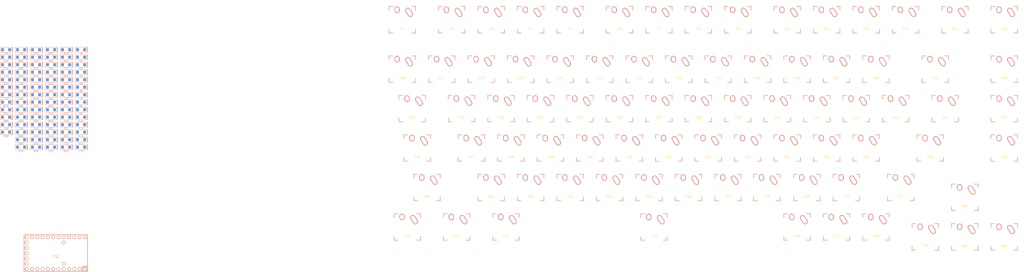
<source format=kicad_pcb>
(kicad_pcb (version 20241229) (generator "pcbnew") (generator_version "9.0")
  (layers (0 "F.Cu" signal) (2 "B.Cu" signal) (13 "F.Paste" user) (15 "B.Paste" user) (5 "F.SilkS" user "F.Silkscreen") (7 "B.SilkS" user "B.Silkscreen") (1 "F.Mask" user) (3 "B.Mask" user) (25 "Edge.Cuts" user))
  (net 0 "")
  (net 1 "Net-(D1-K)")
  (net 2 "Net-(D1-A)")
  (net 3 "Net-(D2-A)")
  (net 4 "Net-(D3-A)")
  (net 5 "Net-(D4-A)")
  (net 6 "Net-(D5-A)")
  (net 7 "Net-(D6-A)")
  (net 8 "Net-(D7-A)")
  (net 9 "Net-(D8-A)")
  (net 10 "Net-(D9-A)")
  (net 11 "Net-(D10-A)")
  (net 12 "Net-(D11-A)")
  (net 13 "Net-(D12-A)")
  (net 14 "Net-(D13-A)")
  (net 15 "Net-(D14-A)")
  (net 16 "Net-(D15-A)")
  (net 17 "Net-(D16-K)")
  (net 18 "Net-(D16-A)")
  (net 19 "Net-(D17-A)")
  (net 20 "Net-(D18-A)")
  (net 21 "Net-(D19-A)")
  (net 22 "Net-(D20-A)")
  (net 23 "Net-(D21-A)")
  (net 24 "Net-(D22-A)")
  (net 25 "Net-(D23-A)")
  (net 26 "Net-(D24-A)")
  (net 27 "Net-(D25-A)")
  (net 28 "Net-(D26-A)")
  (net 29 "Net-(D27-A)")
  (net 30 "Net-(D28-A)")
  (net 31 "Net-(D29-A)")
  (net 32 "Net-(D30-A)")
  (net 33 "Net-(D31-A)")
  (net 34 "Net-(D31-K)")
  (net 35 "Net-(D32-A)")
  (net 36 "Net-(D33-A)")
  (net 37 "Net-(D34-A)")
  (net 38 "Net-(D35-A)")
  (net 39 "Net-(D36-A)")
  (net 40 "Net-(D37-A)")
  (net 41 "Net-(D38-A)")
  (net 42 "Net-(D39-A)")
  (net 43 "Net-(D40-A)")
  (net 44 "Net-(D41-A)")
  (net 45 "Net-(D42-A)")
  (net 46 "Net-(D43-A)")
  (net 47 "Net-(D44-A)")
  (net 48 "Net-(D45-A)")
  (net 49 "Net-(D46-A)")
  (net 50 "Net-(D46-K)")
  (net 51 "Net-(D47-A)")
  (net 52 "Net-(D48-A)")
  (net 53 "Net-(D49-A)")
  (net 54 "Net-(D50-A)")
  (net 55 "Net-(D51-A)")
  (net 56 "Net-(D52-A)")
  (net 57 "Net-(D53-A)")
  (net 58 "Net-(D54-A)")
  (net 59 "Net-(D55-A)")
  (net 60 "Net-(D56-A)")
  (net 61 "Net-(D57-A)")
  (net 62 "Net-(D58-A)")
  (net 63 "Net-(D59-A)")
  (net 64 "Net-(D60-A)")
  (net 65 "Net-(D60-K)")
  (net 66 "Net-(D61-A)")
  (net 67 "Net-(D62-A)")
  (net 68 "Net-(D63-A)")
  (net 69 "Net-(D64-A)")
  (net 70 "Net-(D65-A)")
  (net 71 "Net-(D66-A)")
  (net 72 "Net-(D67-A)")
  (net 73 "Net-(D68-A)")
  (net 74 "Net-(D69-A)")
  (net 75 "Net-(D70-A)")
  (net 76 "Net-(D71-A)")
  (net 77 "Net-(D72-A)")
  (net 78 "Net-(D72-K)")
  (net 79 "Net-(D73-A)")
  (net 80 "Net-(D74-A)")
  (net 81 "Net-(D75-A)")
  (net 82 "Net-(D76-A)")
  (net 83 "Net-(D77-A)")
  (net 84 "Net-(D78-A)")
  (net 85 "Net-(D79-A)")
  (net 86 "Net-(D80-A)")
  (net 87 "Net-(D81-A)")
  (net 88 "Net-(D82-A)")
  (net 89 "Net-(U1-PB7)")
  (net 90 "Net-(U1-PC6)")
  (net 91 "Net-(U1-PC7)")
  (net 92 "Net-(U1-PD0)")
  (net 93 "Net-(U1-PD1)")
  (net 94 "Net-(U1-PD3)")
  (net 95 "Net-(U1-PD4)")
  (net 96 "Net-(U1-PD5)")
  (net 97 "Net-(U1-PD7)")
  (net 98 "Net-(U1-PE6)")
  (net 99 "Net-(U1-PF0)")
  (net 100 "Net-(U1-PF1)")
  (net 101 "Net-(U1-PF4)")
  (net 102 "Net-(U1-PF5)")
  (net 103 "Net-(U1-PF6)")
  (net 104 "Net-(U1-PD2)")
  (footprint "keebs.pretty-master:Mx_Alps_100" (layer "B.Cu") (at 303.1744 66.3194 180)
    (property "Reference" "K40")
    (property "Value" "KEYSW" (hide yes))
  )
  (footprint "keyboard_parts.pretty-master:D_SOD123" (layer "B.Cu") (at -59.8925 38.0625 180)
    (property "Reference" "D57")
    (property "Value" "D" (hide yes))
  )
  (footprint "keebs.pretty-master:Mx_Alps_100" (layer "B.Cu") (at 265.2776 23.6855 180)
    (property "Reference" "K8")
    (property "Value" "KEYSW" (hide yes))
  )
  (footprint "keyboard_parts.pretty-master:D_SOD123" (layer "B.Cu") (at -45.4925 52.4625 180)
    (property "Reference" "D33")
    (property "Value" "D" (hide yes))
  )
  (footprint "keebs.pretty-master:Mx_Alps_225" (layer "B.Cu") (at 376.59945 85.2678 180)
    (property "Reference" "K58")
    (property "Value" "KEYSW" (hide yes))
  )
  (footprint "keebs.pretty-master:Mx_Alps_625" (layer "B.Cu") (at 243.96065 123.1646 180)
    (property "Reference" "K75")
    (property "Value" "KEYSW" (hide yes))
  )
  (footprint "keebs.pretty-master:Mx_Alps_100" (layer "B.Cu") (at 312.6486 123.1646 180)
    (property "Reference" "K76")
    (property "Value" "KEYSW" (hide yes))
  )
  (footprint "keyboard_parts.pretty-master:D_SOD123" (layer "B.Cu") (at -45.4925 77.6625 180)
    (property "Reference" "D40")
    (property "Value" "D" (hide yes))
  )
  (footprint "keebs.pretty-master:Mx_Alps_100" (layer "B.Cu") (at 213.1695 85.2678 180)
    (property "Reference" "K50")
    (property "Value" "KEYSW" (hide yes))
  )
  (footprint "keyboard_parts.pretty-master:D_SOD123" (layer "B.Cu") (at -67.0925 38.0625 180)
    (property "Reference" "D71")
    (property "Value" "D" (hide yes))
  )
  (footprint "keyboard_parts.pretty-master:D_SOD123" (layer "B.Cu") (at -52.6925 38.0625 180)
    (property "Reference" "D43")
    (property "Value" "D" (hide yes))
  )
  (footprint "keyboard_parts.pretty-master:D_SOD123" (layer "B.Cu") (at -52.6925 63.2625 180)
    (property "Reference" "D50")
    (property "Value" "D" (hide yes))
  )
  (footprint "keebs.pretty-master:Mx_Alps_100" (layer "B.Cu") (at 175.2727 85.2678 180)
    (property "Reference" "K48")
    (property "Value" "KEYSW" (hide yes))
  )
  (footprint "keebs.pretty-master:Mx_Alps_100" (layer "B.Cu") (at 255.8034 47.371 180)
    (property "Reference" "K23")
    (property "Value" "KEYSW" (hide yes))
  )
  (footprint "keebs.pretty-master:Mx_Alps_100" (layer "B.Cu") (at 317.3857 104.2162 180)
    (property "Reference" "K69")
    (property "Value" "KEYSW" (hide yes))
  )
  (footprint "keyboard_parts.pretty-master:D_SOD123" (layer "B.Cu") (at -38.2925 59.6625 180)
    (property "Reference" "D21")
    (property "Value" "D" (hide yes))
  )
  (footprint "keebs.pretty-master:Mx_Alps_100" (layer "B.Cu") (at 288.9631 85.2678 180)
    (property "Reference" "K54")
    (property "Value" "KEYSW" (hide yes))
  )
  (footprint "keebs.pretty-master:Mx_Alps_100" (layer "B.Cu") (at 232.1179 85.2678 180)
    (property "Reference" "K51")
    (property "Value" "KEYSW" (hide yes))
  )
  (footprint "keyboard_parts.pretty-master:D_SOD123" (layer "B.Cu") (at -59.8925 66.8625 180)
    (property "Reference" "D65")
    (property "Value" "D" (hide yes))
  )
  (footprint "keebs.pretty-master:Mx_Alps_100" (layer "B.Cu") (at 203.6953 104.2162 180)
    (property "Reference" "K63")
    (property "Value" "KEYSW" (hide yes))
  )
  (footprint "keebs.pretty-master:Mx_Alps_100" (layer "B.Cu") (at 388.4422 23.6855 180)
    (property "Reference" "K14")
    (property "Value" "KEYSW" (hide yes))
  )
  (footprint "keyboard_parts.pretty-master:D_SOD123" (layer "B.Cu") (at -31.0925 56.0625 180)
    (property "Reference" "D6")
    (property "Value" "D" (hide yes))
  )
  (footprint "keebs.pretty-master:Mx_Alps_100" (layer "B.Cu") (at 360.0196 66.3194 180)
    (property "Reference" "K43")
    (property "Value" "KEYSW" (hide yes))
  )
  (footprint "keyboard_parts.pretty-master:D_SOD123" (layer "B.Cu") (at -31.0925 84.8625 180)
    (property "Reference" "D14")
    (property "Value" "D" (hide yes))
  )
  (footprint "keebs.pretty-master:Mx_Alps_150" (layer "B.Cu") (at 383.7051 66.3194 180)
    (property "Reference" "K44")
    (property "Value" "KEYSW" (hide yes))
  )
  (footprint "keyboard_parts.pretty-master:D_SOD123" (layer "B.Cu") (at -67.0925 41.6625 180)
    (property "Reference" "D72")
    (property "Value" "D" (hide yes))
  )
  (footprint "keyboard_parts.pretty-master:D_SOD123" (layer "B.Cu") (at -59.8925 84.8625 180)
    (property "Reference" "D70")
    (property "Value" "D" (hide yes))
  )
  (footprint "keyboard_parts.pretty-master:D_SOD123" (layer "B.Cu") (at -67.0925 59.6625 180)
    (property "Reference" "D77")
    (property "Value" "D" (hide yes))
  )
  (footprint "keyboard_parts.pretty-master:D_SOD123" (layer "B.Cu") (at -38.2925 77.6625 180)
    (property "Reference" "D26")
    (property "Value" "D" (hide yes))
  )
  (footprint "keyboard_parts.pretty-master:D_SOD123" (layer "B.Cu") (at -67.0925 52.4625 180)
    (property "Reference" "D75")
    (property "Value" "D" (hide yes))
  )
  (footprint "keebs.pretty-master:Mx_Alps_100" (layer "B.Cu") (at 345.8083 85.2678 180)
    (property "Reference" "K57")
    (property "Value" "KEYSW" (hide yes))
  )
  (footprint "keebs.pretty-master:Mx_Alps_100" (layer "B.Cu") (at 274.7518 47.371 180)
    (property "Reference" "K24")
    (property "Value" "KEYSW" (hide yes))
  )
  (footprint "keyboard_parts.pretty-master:D_SOD123" (layer "B.Cu") (at -59.8925 81.2625 180)
    (property "Reference" "D69")
    (property "Value" "D" (hide yes))
  )
  (footprint "keyboard_parts.pretty-master:D_SOD123" (layer "B.Cu") (at -59.8925 41.6625 180)
    (property "Reference" "D58")
    (property "Value" "D" (hide yes))
  )
  (footprint "keebs.pretty-master:Mx_Alps_100" (layer "B.Cu") (at 284.226 66.3194 180)
    (property "Reference" "K39")
    (property "Value" "KEYSW" (hide yes))
  )
  (footprint "keyboard_parts.pretty-master:D_SOD123" (layer "B.Cu") (at -38.2925 41.6625 180)
    (property "Reference" "D16")
    (property "Value" "D" (hide yes))
  )
  (footprint "keyboard_parts.pretty-master:D_SOD123" (layer "B.Cu") (at -38.2925 66.8625 180)
    (property "Reference" "D23")
    (property "Value" "D" (hide yes))
  )
  (footprint "keyboard_parts.pretty-master:D_SOD123" (layer "B.Cu") (at -67.0925 56.0625 180)
    (property "Reference" "D76")
    (property "Value" "D" (hide yes))
  )
  (footprint "keyboard_parts.pretty-master:D_SOD123" (layer "B.Cu") (at -59.8925 77.6625 180)
    (property "Reference" "D68")
    (property "Value" "D" (hide yes))
  )
  (footprint "keyboard_parts.pretty-master:D_SOD123" (layer "B.Cu") (at -38.2925 81.2625 180)
    (property "Reference" "D27")
    (property "Value" "D" (hide yes))
  )
  (footprint "keebs.pretty-master:Mx_Alps_100" (layer "B.Cu") (at 241.5921 104.2162 180)
    (property "Reference" "K65")
    (property "Value" "KEYSW" (hide yes))
  )
  (footprint "keebs.pretty-master:Mx_Alps_100" (layer "B.Cu") (at 246.3292 23.6855 180)
    (property "Reference" "K7")
    (property "Value" "KEYSW" (hide yes))
  )
  (footprint "keebs.pretty-master:Mx_Alps_100" (layer "B.Cu") (at 198.9582 47.371 180)
    (property "Reference" "K20")
    (property "Value" "KEYSW" (hide yes))
  )
  (footprint "keyboard_parts.pretty-master:D_SOD123" (layer "B.Cu") (at -31.0925 52.4625 180)
    (property "Reference" "D5")
    (property "Value" "D" (hide yes))
  )
  (footprint "keebs.pretty-master:Mx_Alps_125" (layer "B.Cu") (at 125.53315 123.1646 180)
    (property "Reference" "K72")
    (property "Value" "KEYSW" (hide yes))
  )
  (footprint "keebs.pretty-master:Mx_Alps_100" (layer "B.Cu") (at 298.0944 104.2162 180)
    (property "Reference" "K68")
    (property "Value" "KEYSW" (hide yes))
  )
  (footprint "keebs.pretty-master:Mx_Alps_100" (layer "B.Cu") (at 393.1793 127.9017 180)
    (property "Reference" "K81")
    (property "Value" "KEYSW" (hide yes))
  )
  (footprint "keyboard_parts.pretty-master:D_SOD123" (layer "B.Cu") (at -45.4925 74.0625 180)
    (property "Reference" "D39")
    (property "Value" "D" (hide yes))
  )
  (footprint "keebs.pretty-master:Mx_Alps_125" (layer "B.Cu") (at 172.90415 123.1646 180)
    (property "Reference" "K74")
    (property "Value" "KEYSW" (hide yes))
  )
  (footprint "keebs.pretty-master:Mx_Alps_100" (layer "B.Cu") (at 208.4324 66.3194 180)
    (property "Reference" "K35")
    (property "Value" "KEYSW" (hide yes))
  )
  (footprint "keyboard_parts.pretty-master:D_SOD123" (layer "B.Cu") (at -52.6925 45.2625 180)
    (property "Reference" "D45")
    (property "Value" "D" (hide yes))
  )
  (footprint "keebs.pretty-master:Mx_Alps_100" (layer "B.Cu") (at 260.5405 104.2162 180)
    (property "Reference" "K66")
    (property "Value" "KEYSW" (hide yes))
  )
  (footprint "keyboard_parts.pretty-master:D_SOD123" (layer "B.Cu") (at -52.6925 84.8625 180)
    (property "Reference" "D56")
    (property "Value" "D" (hide yes))
  )
  (footprint "keebs.pretty-master:Mx_Alps_100" (layer "B.Cu") (at 265.2776 66.3194 180)
    (property "Reference" "K38")
    (property "Value" "KEYSW" (hide yes))
  )
  (footprint "keyboard_parts.pretty-master:D_SOD123" (layer "B.Cu") (at -52.6925 70.4625 180)
    (property "Reference" "D52")
    (property "Value" "D" (hide yes))
  )
  (footprint "keyboard_parts.pretty-master:D_SOD123" (layer "B.Cu") (at -67.0925 70.4625 180)
    (property "Reference" "D80")
    (property "Value" "D" (hide yes))
  )
  (footprint "keyboard_parts.pretty-master:D_SOD123" (layer "B.Cu") (at -38.2925 84.8625 180)
    (property "Reference" "D28")
    (property "Value" "D" (hide yes))
  )
  (footprint "keebs.pretty-master:Mx_Alps_100" (layer "B.Cu") (at 165.7985 23.6855 180)
    (property "Reference" "K3")
    (property "Value" "KEYSW" (hide yes))
  )
  (footprint "keebs.pretty-master:Teensy_20" (layer "B.Cu") (at -43.223 135.753 180)
    (property "Reference" "U1")
    (property "Value" "TEENSY2.0" (hide yes))
  )
  (footprint "keyboard_parts.pretty-master:D_SOD123" (layer "B.Cu") (at -45.4925 41.6625 180)
    (property "Reference" "D30")
    (property "Value" "D" (hide yes))
  )
  (footprint "keyboard_parts.pretty-master:D_SOD123" (layer "B.Cu") (at -52.6925 81.2625 180)
    (property "Reference" "D55")
    (property "Value" "D" (hide yes))
  )
  (footprint "keyboard_parts.pretty-master:D_SOD123" (layer "B.Cu") (at -67.0925 66.8625 180)
    (property "Reference" "D79")
    (property "Value" "D" (hide yes))
  )
  (footprint "keebs.pretty-master:Mx_Alps_100" (layer "B.Cu") (at 279.4889 104.2162 180)
    (property "Reference" "K67")
    (property "Value" "KEYSW" (hide yes))
  )
  (footprint "keebs.pretty-master:Mx_Alps_100" (layer "B.Cu") (at 374.2309 127.9017 180)
    (property "Reference" "K79")
    (property "Value" "KEYSW" (hide yes))
  )
  (footprint "keebs.pretty-master:Mx_Alps_100" (layer "B.Cu") (at 307.9115 23.6855 180)
    (property "Reference" "K10")
    (property "Value" "KEYSW" (hide yes))
  )
  (footprint "keyboard_parts.pretty-master:D_SOD123" (layer "B.Cu") (at -45.4925 38.0625 180)
    (property "Reference" "D29")
    (property "Value" "D" (hide yes))
  )
  (footprint "keebs.pretty-master:Mx_Alps_100" (layer "B.Cu") (at 222.6437 104.2162 180)
    (property "Reference" "K64")
    (property "Value" "KEYSW" (hide yes))
  )
  (footprint "keyboard_parts.pretty-master:D_SOD123" (layer "B.Cu") (at -67.0925 48.8625 180)
    (property "Reference" "D74")
    (property "Value" "D" (hide yes))
  )
  (footprint "keyboard_parts.pretty-master:D_SOD123" (layer "B.Cu") (at -52.6925 41.6625 180)
    (property "Reference" "D44")
    (property "Value" "D" (hide yes))
  )
  (footprint "keebs.pretty-master:Mx_Alps_100" (layer "B.Cu") (at 151.5872 66.3194 180)
    (property "Reference" "K32")
    (property "Value" "KEYSW" (hide yes))
  )
  (footprint "keyboard_parts.pretty-master:D_SOD123" (layer "B.Cu") (at -59.8925 63.2625 180)
    (property "Reference" "D64")
    (property "Value" "D" (hide yes))
  )
  (footprint "keebs.pretty-master:Mx_Alps_100" (layer "B.Cu") (at 165.7985 104.2162 180)
    (property "Reference" "K61")
    (property "Value" "KEYSW" (hide yes))
  )
  (footprint "keyboard_parts.pretty-master:D_SOD123" (layer "B.Cu") (at -38.2925 70.4625 180)
    (property "Reference" "D24")
    (property "Value" "D" (hide yes))
  )
  (footprint "keebs.pretty-master:Mx_Alps_100" (layer "B.Cu") (at 170.5356 66.3194 180)
    (property "Reference" "K33")
    (property "Value" "KEYSW" (hide yes))
  )
  (footprint "keyboard_parts.pretty-master:D_SOD123" (layer "B.Cu") (at -67.0925 45.2625 180)
    (property "Reference" "D73")
    (property "Value" "D" (hide yes))
  )
  (footprint "keyboard_parts.pretty-master:D_SOD123" (layer "B.Cu") (at -31.0925 77.6625 180)
    (property "Reference" "D12")
    (property "Value" "D" (hide yes))
  )
  (footprint "keyboard_parts.pretty-master:D_SOD123" (layer "B.Cu") (at -67.0925 74.0625 180)
    (property "Reference" "D81")
    (property "Value" "D" (hide yes))
  )
  (footprint "keyboard_parts.pretty-master:D_SOD123" (layer "B.Cu") (at -67.0925 63.2625 180)
    (property "Reference" "D78")
    (property "Value" "D" (hide yes))
  )
  (footprint "keebs.pretty-master:Mx_Alps_100" (layer "B.Cu") (at 251.0663 85.2678 180)
    (property "Reference" "K52")
    (property "Value" "KEYSW" (hide yes))
  )
  (footprint "keyboard_parts.pretty-master:D_SOD123" (layer "B.Cu") (at -45.4925 70.4625 180)
    (property "Reference" "D38")
    (property "Value" "D" (hide yes))
  )
  (footprint "keebs.pretty-master:Mx_Alps_100" (layer "B.Cu") (at 412.1277 47.371 180)
    (property "Reference" "K30")
    (property "Value" "KEYSW" (hide yes))
  )
  (footprint "keyboard_parts.pretty-master:D_SOD123" (layer "B.Cu") (at -45.4925 81.2625 180)
    (property "Reference" "D41")
    (property "Value" "D" (hide yes))
  )
  (footprint "keebs.pretty-master:Mx_Alps_100" (layer "B.Cu") (at 326.8599 85.2678 180)
    (property "Reference" "K56")
    (property "Value" "KEYSW" (hide yes))
  )
  (footprint "keyboard_parts.pretty-master:D_SOD123" (layer "B.Cu") (at -31.0925 81.2625 180)
    (property "Reference" "D13")
    (property "Value" "D" (hide yes))
  )
  (footprint "keebs.pretty-master:Mx_Alps_125" (layer "B.Cu") (at 149.21865 123.1646 180)
    (property "Reference" "K73")
    (property "Value" "KEYSW" (hide yes))
  )
  (footprint "keyboard_parts.pretty-master:D_SOD123" (layer "B.Cu") (at -31.0925 70.4625 180)
    (property "Reference" "D10")
    (property "Value" "D" (hide yes))
  )
  (footprint "keebs.pretty-master:Mx_Alps_100" (layer "B.Cu") (at 412.1277 127.9017 180)
    (property "Reference" "K82")
    (property "Value" "KEYSW" (hide yes))
  )
  (footprint "keebs.pretty-master:Mx_Alps_100" (layer "B.Cu") (at 246.3292 66.3194 180)
    (property "Reference" "K37")
    (property "Value" "KEYSW" (hide yes))
  )
  (footprint "keyboard_parts.pretty-master:D_SOD123" (layer "B.Cu") (at -59.8925 48.8625 180)
    (property "Reference" "D60")
    (property "Value" "D" (hide yes))
  )
  (footprint "keebs.pretty-master:Mx_Alps_100" (layer "B.Cu") (at 194.2211 85.2678 180)
    (property "Reference" "K49")
    (property "Value" "KEYSW" (hide yes))
  )
  (footprint "keyboard_parts.pretty-master:D_SOD123" (layer "B.Cu") (at -45.4925 84.8625 180)
    (property "Reference" "D42")
    (property "Value" "D" (hide yes))
  )
  (footprint "keebs.pretty-master:Mx_Alps_100" (layer "B.Cu") (at 217.9066 47.371 180)
    (property "Reference" "K21")
    (property "Value" "KEYSW" (hide yes))
  )
  (footprint "keebs.pretty-master:Mx_Alps_100" (layer "B.Cu") (at 345.8083 23.6855 180)
    (property "Reference" "K12")
    (property "Value" "KEYSW" (hide yes))
  )
  (footprint "keyboard_parts.pretty-master:D_SOD123" (layer "B.Cu") (at -52.6925 74.0625 180)
    (property "Reference" "D53")
    (property "Value" "D" (hide yes))
  )
  (footprint "keebs.pretty-master:Mx_Alps_100" (layer "B.Cu") (at 123.1646 23.6855 180)
    (property "Reference" "K1")
    (property "Value" "KEYSW" (hide yes))
  )
  (footprint "keyboard_parts.pretty-master:D_SOD123" (layer "B.Cu") (at -59.8925 52.4625 180)
    (property "Reference" "D61")
    (property "Value" "D" (hide yes))
  )
  (footprint "keebs.pretty-master:Mx_Alps_100" (layer "B.Cu") (at 331.597 123.1646 180)
    (property "Reference" "K77")
    (property "Value" "KEYSW" (hide yes))
  )
  (footprint "keebs.pretty-master:Mx_Alps_200" (layer "B.Cu") (at 378.968 47.371 180)
    (property "Reference" "K29")
    (property "Value" "KEYSW" (hide yes))
  )
  (footprint "keebs.pretty-master:Mx_Alps_100" (layer "B.Cu") (at 161.0614 47.371 180)
    (property "Reference" "K18")
    (property "Value" "KEYSW" (hide yes))
  )
  (footprint "keyboard_parts.pretty-master:D_SOD123" (layer "B.Cu") (at -52.6925 56.0625 180)
    (property "Reference" "D48")
    (property "Value" "D" (hide yes))
  )
  (footprint "keyboard_parts.pretty-master:D_SOD123" (layer "B.Cu") (at -52.6925 59.6625 180)
    (property "Reference" "D49")
    (property "Value" "D" (hide yes))
  )
  (footprint "keyboard_parts.pretty-master:D_SOD123" (layer "B.Cu") (at -59.8925 56.0625 180)
    (property "Reference" "D62")
    (property "Value" "D" (hide yes))
  )
  (footprint "keyboard_parts.pretty-master:D_SOD123" (layer "B.Cu") (at -38.2925 52.4625 180)
    (property "Reference" "D19")
    (property "Value" "D" (hide yes))
  )
  (footprint "keyboard_parts.pretty-master:D_SOD123" (layer "B.Cu") (at -31.0925 38.0625 180)
    (property "Reference" "D1")
    (property "Value" "D" (hide yes))
  )
  (footprint "keyboard_parts.pretty-master:D_SOD123" (layer "B.Cu") (at -38.2925 56.0625 180)
    (property "Reference" "D20")
    (property "Value" "D" (hide yes))
  )
  (footprint "keebs.pretty-master:Mx_Alps_100" (layer "B.Cu") (at 364.7567 23.6855 180)
    (property "Reference" "K13")
    (property "Value" "KEYSW" (hide yes))
  )
  (footprint "keyboard_parts.pretty-master:D_SOD123" (layer "B.Cu") (at -45.4925 66.8625 180)
    (property "Reference" "D37")
    (property "Value" "D" (hide yes))
  )
  (footprint "keebs.pretty-master:Mx_Alps_100" (layer "B.Cu") (at 336.3341 104.2162 180)
    (property "Reference" "K70")
    (property "Value" "KEYSW" (hide yes))
  )
  (footprint "keebs.pretty-master:Mx_Alps_100" (layer "B.Cu") (at 322.1228 66.3194 180)
    (property "Reference" "K41")
    (property "Value" "KEYSW" (hide yes))
  )
  (footprint "keebs.pretty-master:Mx_Alps_225" (layer "B.Cu") (at 135.00735 104.2162 180)
    (property "Reference" "K60")
    (property "Value" "KEYSW" (hide yes))
  )
  (footprint "keebs.pretty-master:Mx_Alps_100" (layer "B.Cu") (at 412.1277 23.6855 180)
    (property "Reference" "K15")
    (property "Value" "KEYSW" (hide yes))
  )
  (footprint "keebs.pretty-master:Mx_Alps_100" (layer "B.Cu") (at 236.855 47.371 180)
    (property "Reference" "K22")
    (property "Value" "KEYSW" (hide yes))
  )
  (footprint "keebs.pretty-master:Mx_Alps_100" (layer "B.Cu") (at 284.226 23.6855 180)
    (property "Reference" "K9")
    (property "Value" "KEYSW" (hide yes))
  )
  (footprint "keyboard_parts.pretty-master:D_SOD123" (layer "B.Cu") (at -59.8925 70.4625 180)
    (property "Reference" "D66")
    (property "Value" "D" (hide yes))
  )
  (footprint "keyboard_parts.pretty-master:D_SOD123" (layer "B.Cu") (at -31.0925 66.8625 180)
    (property "Reference" "D9")
    (property "Value" "D" (hide yes))
  )
  (footprint "keyboard_parts.pretty-master:D_SOD123" (layer "B.Cu") (at -59.8925 45.2625 180)
    (property "Reference" "D59")
    (property "Value" "D" (hide yes))
  )
  (footprint "keebs.pretty-master:Mx_Alps_100" (layer "B.Cu") (at 331.597 47.371 180)
    (property "Reference" "K27")
    (property "Value" "KEYSW" (hide yes))
  )
  (footprint "keyboard_parts.pretty-master:D_SOD123" (layer "B.Cu") (at -31.0925 63.2625 180)
    (property "Reference" "D8")
    (property "Value" "D" (hide yes))
  )
  (footprint "keyboard_parts.pretty-master:D_SOD123" (layer "B.Cu") (at -52.6925 77.6625 180)
    (property "Reference" "D54")
    (property "Value" "D" (hide yes))
  )
  (footprint "keebs.pretty-master:Mx_Alps_100" (layer "B.Cu") (at 412.1277 66.3194 180)
    (property "Reference" "K45")
    (property "Value" "KEYSW" (hide yes))
  )
  (footprint "keyboard_parts.pretty-master:D_SOD123" (layer "B.Cu") (at -52.6925 66.8625 180)
    (property "Reference" "D51")
    (property "Value" "D" (hide yes))
  )
  (footprint "keyboard_parts.pretty-master:D_SOD123" (layer "B.Cu") (at -38.2925 48.8625 180)
    (property "Reference" "D18")
    (property "Value" "D" (hide yes))
  )
  (footprint "keyboard_parts.pretty-master:D_SOD123" (layer "B.Cu") (at -45.4925 48.8625 180)
    (property "Reference" "D32")
    (property "Value" "D" (hide yes))
  )
  (footprint "keyboard_parts.pretty-master:D_SOD123" (layer "B.Cu") (at -52.6925 52.4625 180)
    (property "Reference" "D47")
    (property "Value" "D" (hide yes))
  )
  (footprint "keyboard_parts.pretty-master:D_SOD123" (layer "B.Cu") (at -45.4925 45.2625 180)
    (property "Reference" "D31")
    (property "Value" "D" (hide yes))
  )
  (footprint "keyboard_parts.pretty-master:D_SOD123" (layer "B.Cu") (at -38.2925 63.2625 180)
    (property "Reference" "D22")
    (property "Value" "D" (hide yes))
  )
  (footprint "keebs.pretty-master:Mx_Alps_100" (layer "B.Cu") (at 184.7469 23.6855 180)
    (property "Reference" "K4")
    (property "Value" "KEYSW" (hide yes))
  )
  (footprint "keyboard_parts.pretty-master:D_SOD123" (layer "B.Cu") (at -38.2925 45.2625 180)
    (property "Reference" "D17")
    (property "Value" "D" (hide yes))
  )
  (footprint "keebs.pretty-master:Mx_Alps_100" (layer "B.Cu") (at 189.484 66.3194 180)
    (property "Reference" "K34")
    (property "Value" "KEYSW" (hide yes))
  )
  (footprint "keyboard_parts.pretty-master:D_SOD123" (layer "B.Cu") (at -67.0925 77.6625 180)
    (property "Reference" "D82")
    (property "Value" "D" (hide yes))
  )
  (footprint "keebs.pretty-master:Mx_Alps_100" (layer "B.Cu") (at 341.0712 66.3194 180)
    (property "Reference" "K42")
    (property "Value" "KEYSW" (hide yes))
  )
  (footprint "keyboard_parts.pretty-master:D_SOD123" (layer "B.Cu") (at -38.2925 38.0625 180)
    (property "Reference" "D15")
    (property "Value" "D" (hide yes))
  )
  (footprint "keebs.pretty-master:Mx_Alps_100" (layer "B.Cu") (at 184.7469 104.2162 180)
    (property "Reference" "K62")
    (property "Value" "KEYSW" (hide yes))
  )
  (footprint "keebs.pretty-master:Mx_Alps_100" (layer "B.Cu") (at 312.6486 47.371 180)
    (property "Reference" "K26")
    (property "Value" "KEYSW" (hide yes))
  )
  (footprint "keyboard_parts.pretty-master:D_SOD123" (layer "B.Cu") (at -45.4925 56.0625 180)
    (property "Reference" "D34")
    (property "Value" "D" (hide yes))
  )
  (footprint "keebs.pretty-master:Mx_Alps_100" (layer "B.Cu") (at 180.0098 47.371 180)
    (property "Reference" "K19")
    (property "Value" "KEYSW" (hide yes))
  )
  (footprint "keebs.pretty-master:Mx_Alps_100" (layer "B.Cu") (at 307.9115 85.2678 180)
    (property "Reference" "K55")
    (property "Value" "KEYSW" (hide yes))
  )
  (footprint "keebs.pretty-master:Mx_Alps_150" (layer "B.Cu") (at 127.9017 66.3194 180)
    (property "Reference" "K31")
    (property "Value" "KEYSW" (hide yes))
  )
  (footprint "keyboard_parts.pretty-master:D_SOD123" (layer "B.Cu") (at -45.4925 63.2625 180)
    (property "Reference" "D36")
    (property "Value" "D" (hide yes))
  )
  (footprint "keebs.pretty-master:Mx_Alps_100" (layer "B.Cu") (at 412.1277 85.2678 180)
    (property "Reference" "K59")
    (property "Value" "KEYSW" (hide yes))
  )
  (footprint "keebs.pretty-master:Mx_Alps_100" (layer "B.Cu") (at 350.5454 123.1646 180)
    (property "Reference" "K78")
    (property "Value" "KEYSW" (hide yes))
  )
  (footprint "keebs.pretty-master:Mx_Alps_100" (layer "B.Cu") (at 270.0147 85.2678 180)
    (property "Reference" "K53")
    (property "Value" "KEYSW" (hide yes))
  )
  (footprint "keebs.pretty-master:Mx_Alps_100" (layer "B.Cu") (at 227.3808 23.6855 180)
    (property "Reference" "K6")
    (property "Value" "KEYSW" (hide yes))
  )
  (footprint "keebs.pretty-master:Mx_Alps_100" (layer "B.Cu") (at 293.7002 47.371 180)
    (property "Reference" "K25")
    (property "Value" "KEYSW" (hide yes))
  )
  (footprint "keebs.pretty-master:Mx_Alps_100" (layer "B.Cu") (at 227.3808 66.3194 180)
    (property "Reference" "K36")
    (property "Value" "KEYSW" (hide yes))
  )
  (footprint "keyboard_parts.pretty-master:D_SOD123" (layer "B.Cu") (at -38.2925 74.0625 180)
    (property "Reference" "D25")
    (property "Value" "D" (hide yes))
  )
  (footprint "keebs.pretty-master:Mx_Alps_100" (layer "B.Cu") (at 123.1646 47.371 180)
    (property "Reference" "K16")
    (property "Value" "KEYSW" (hide yes))
  )
  (footprint "keyboard_parts.pretty-master:D_SOD123" (layer "B.Cu") (at -59.8925 59.6625 180)
    (property "Reference" "D63")
    (property "Value" "D" (hide yes))
  )
  (footprint "keyboard_parts.pretty-master:D_SOD123" (layer "B.Cu") (at -59.8925 74.0625 180)
    (property "Reference" "D67")
    (property "Value" "D" (hide yes))
  )
  (footprint "keyboard_parts.pretty-master:D_SOD123" (layer "B.Cu") (at -31.0925 45.2625 180)
    (property "Reference" "D3")
    (property "Value" "D" (hide yes))
  )
  (footprint "keebs.pretty-master:Mx_Alps_175" (layer "B.Cu") (at 362.38815 104.2162 180)
    (property "Reference" "K71")
    (property "Value" "KEYSW" (hide yes))
  )
  (footprint "keebs.pretty-master:Mx_Alps_175" (layer "B.Cu") (at 130.27025 85.2678 180)
    (property "Reference" "K46")
    (property "Value" "KEYSW" (hide yes))
  )
  (footprint "keebs.pretty-master:Mx_Alps_100" (layer "B.Cu") (at 393.1793 108.9533 180)
    (property "Reference" "K80")
    (property "Value" "KEYSW" (hide yes))
  )
  (footprint "keebs.pretty-master:Mx_Alps_100" (layer "B.Cu") (at 350.5454 47.371 180)
    (property "Reference" "K28")
    (property "Value" "KEYSW" (hide yes))
  )
  (footprint "keebs.pretty-master:Mx_Alps_100" (layer "B.Cu") (at 326.8599 23.6855 180)
    (property "Reference" "K11")
    (property "Value" "KEYSW" (hide yes))
  )
  (footprint "keyboard_parts.pretty-master:D_SOD123" (layer "B.Cu") (at -45.4925 59.6625 180)
    (property "Reference" "D35")
    (property "Value" "D" (hide yes))
  )
  (footprint "keyboard_parts.pretty-master:D_SOD123" (layer "B.Cu") (at -52.6925 48.8625 180)
    (property "Reference" "D46")
    (property "Value" "D" (hide yes))
  )
  (footprint "keebs.pretty-master:Mx_Alps_100" (layer "B.Cu") (at 203.6953 23.6855 180)
    (property "Reference" "K5")
    (property "Value" "KEYSW" (hide yes))
  )
  (footprint "keebs.pretty-master:Mx_Alps_100" (layer "B.Cu") (at 156.3243 85.2678 180)
    (property "Reference" "K47")
    (property "Value" "KEYSW" (hide yes))
  )
  (footprint "keebs.pretty-master:Mx_Alps_100" (layer "B.Cu") (at 142.113 47.371 180)
    (property "Reference" "K17")
    (property "Value" "KEYSW" (hide yes))
  )
  (footprint "keyboard_parts.pretty-master:D_SOD123" (layer "B.Cu") (at -31.0925 74.0625 180)
    (property "Reference" "D11")
    (property "Value" "D" (hide yes))
  )
  (footprint "keyboard_parts.pretty-master:D_SOD123" (layer "B.Cu") (at -31.0925 48.8625 180)
    (property "Reference" "D4")
    (property "Value" "D" (hide yes))
  )
  (footprint "keebs.pretty-master:Mx_Alps_100" (layer "B.Cu") (at 146.8501 23.6855 180)
    (property "Reference" "K2")
    (property "Value" "KEYSW" (hide yes))
  )
  (footprint "keyboard_parts.pretty-master:D_SOD123" (layer "B.Cu") (at -31.0925 41.6625 180)
    (property "Reference" "D2")
    (property "Value" "D" (hide yes))
  )
  (footprint "keyboard_parts.pretty-master:D_SOD123" (layer "B.Cu") (at -31.0925 59.6625 180)
    (property "Reference" "D7")
    (property "Value" "D" (hide yes))
  )
)
</source>
